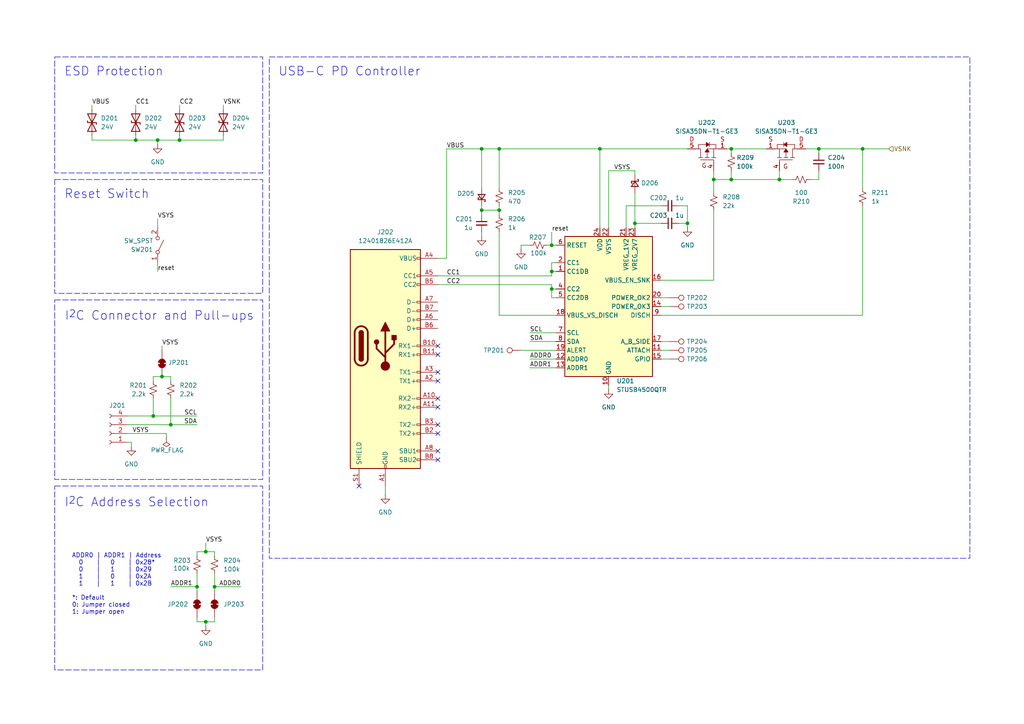
<source format=kicad_sch>
(kicad_sch (version 20231120) (generator "eeschema") (generator_version "8.0")
  (paper "A4")
  (title_block (date "2024-10-27") (rev "0.1.0") (company "University of Wisconsin-Platteville") (comment 1 "Nicholas Loehrke"))
  (lib_symbols
    (symbol "12401826E412A:USB_C_Receptacle" (pin_names (offset 1.016))
      (property "Reference" "J201" (at 0 33.02 0))
      (property "Value" "12401826E412A" (at 0 30.48 0))
      (symbol "USB_C_Receptacle_0_0"
        (rectangle (start -0.254 -35.56) (end 0.254 -34.544))
        (rectangle (start 10.16 -32.766) (end 9.144 -33.274))
        (rectangle (start 10.16 -30.226) (end 9.144 -30.734))
        (rectangle (start 10.16 -25.146) (end 9.144 -25.654))
        (rectangle (start 10.16 -22.606) (end 9.144 -23.114))
        (rectangle (start 10.16 -17.526) (end 9.144 -18.034))
        (rectangle (start 10.16 -14.986) (end 9.144 -15.494))
        (rectangle (start 10.16 -9.906) (end 9.144 -10.414))
        (rectangle (start 10.16 -7.366) (end 9.144 -7.874))
        (rectangle (start 10.16 -2.286) (end 9.144 -2.794))
        (rectangle (start 10.16 0.254) (end 9.144 -0.254))
        (rectangle (start 10.16 5.334) (end 9.144 4.826))
        (rectangle (start 10.16 7.874) (end 9.144 7.366))
        (rectangle (start 10.16 10.414) (end 9.144 9.906))
        (rectangle (start 10.16 12.954) (end 9.144 12.446))
        (rectangle (start 10.16 18.034) (end 9.144 17.526))
        (rectangle (start 10.16 20.574) (end 9.144 20.066))
        (rectangle (start 10.16 25.654) (end 9.144 25.146))
      )
      (symbol "USB_C_Receptacle_0_1"
        (rectangle (start -10.16 27.94) (end 10.16 -35.56) (stroke (width 0.254)) (fill (type background)))
        (arc (start -8.89 -3.81) (mid -6.985 -5.7067) (end -5.08 -3.81) (stroke (width 0.508)))
        (arc (start -7.62 -3.81) (mid -6.985 -4.4423) (end -6.35 -3.81) (stroke (width 0.254)))
        (arc (start -7.62 -3.81) (mid -6.985 -4.4423) (end -6.35 -3.81) (stroke (width 0.254)) (fill (type outline)))
        (rectangle (start -7.62 -3.81) (end -6.35 3.81) (stroke (width 0.254)) (fill (type outline)))
        (arc (start -6.35 3.81) (mid -6.985 4.4423) (end -7.62 3.81) (stroke (width 0.254)))
        (arc (start -6.35 3.81) (mid -6.985 4.4423) (end -7.62 3.81) (stroke (width 0.254)) (fill (type outline)))
        (arc (start -5.08 3.81) (mid -6.985 5.7067) (end -8.89 3.81) (stroke (width 0.508)))
        (polyline (pts (xy -8.89 -3.81) (xy -8.89 3.81)) (stroke (width 0.508)))
        (polyline (pts (xy -5.08 3.81) (xy -5.08 -3.81)) (stroke (width 0.508)))
      )
      (symbol "USB_C_Receptacle_1_1"
        (circle (center -2.54 1.143) (radius 0.635) (stroke (width 0.254)) (fill (type outline)))
        (circle (center 0 -5.842) (radius 1.27) (fill (type outline)))
        (polyline (pts (xy 0 -5.842) (xy 0 4.318)) (stroke (width 0.508)))
        (polyline (pts (xy 0 -3.302) (xy -2.54 -0.762) (xy -2.54 0.508)) (stroke (width 0.508)))
        (polyline (pts (xy 0 -2.032) (xy 2.54 0.508) (xy 2.54 1.778)) (stroke (width 0.508)))
        (polyline (pts (xy -1.27 4.318) (xy 0 6.858) (xy 1.27 4.318) (xy -1.27 4.318)) (stroke (width 0.254)) (fill (type outline)))
        (rectangle (start 1.905 1.778) (end 3.175 3.048) (stroke (width 0.254)) (fill (type outline)))
        (pin passive line (at 0 -40.64 90) (length 5.08) (name "GND") (number "A1"))
        (pin bidirectional line (at 15.24 -15.24 180) (length 5.08) (name "RX2-") (number "A10"))
        (pin bidirectional line (at 15.24 -17.78 180) (length 5.08) (name "RX2+") (number "A11"))
        (pin passive line (at 0 -40.64 90) (length 5.08) hide (name "GND") (number "A12"))
        (pin bidirectional line (at 15.24 -10.16 180) (length 5.08) (name "TX1+") (number "A2"))
        (pin bidirectional line (at 15.24 -7.62 180) (length 5.08) (name "TX1-") (number "A3"))
        (pin passive line (at 15.24 25.4 180) (length 5.08) (name "VBUS") (number "A4"))
        (pin bidirectional line (at 15.24 20.32 180) (length 5.08) (name "CC1") (number "A5"))
        (pin bidirectional line (at 15.24 7.62 180) (length 5.08) (name "D+") (number "A6"))
        (pin bidirectional line (at 15.24 12.7 180) (length 5.08) (name "D-") (number "A7"))
        (pin bidirectional line (at 15.24 -30.48 180) (length 5.08) (name "SBU1") (number "A8"))
        (pin passive line (at 15.24 25.4 180) (length 5.08) hide (name "VBUS") (number "A9"))
        (pin passive line (at 0 -40.64 90) (length 5.08) hide (name "GND") (number "B1"))
        (pin bidirectional line (at 15.24 0 180) (length 5.08) (name "RX1-") (number "B10"))
        (pin bidirectional line (at 15.24 -2.54 180) (length 5.08) (name "RX1+") (number "B11"))
        (pin passive line (at 0 -40.64 90) (length 5.08) hide (name "GND") (number "B12"))
        (pin bidirectional line (at 15.24 -25.4 180) (length 5.08) (name "TX2+") (number "B2"))
        (pin bidirectional line (at 15.24 -22.86 180) (length 5.08) (name "TX2-") (number "B3"))
        (pin passive line (at 15.24 25.4 180) (length 5.08) hide (name "VBUS") (number "B4"))
        (pin bidirectional line (at 15.24 17.78 180) (length 5.08) (name "CC2") (number "B5"))
        (pin bidirectional line (at 15.24 5.08 180) (length 5.08) (name "D+") (number "B6"))
        (pin bidirectional line (at 15.24 10.16 180) (length 5.08) (name "D-") (number "B7"))
        (pin bidirectional line (at 15.24 -33.02 180) (length 5.08) (name "SBU2") (number "B8"))
        (pin passive line (at 15.24 25.4 180) (length 5.08) hide (name "VBUS") (number "B9"))
        (pin passive line (at -7.62 -40.64 90) (length 5.08) (name "SHIELD") (number "S1"))
      )
    )
    (symbol "Connector:Conn_01x04_Socket" (pin_names (offset 1.016) hide)
      (property "Reference" "J" (at 0 5.08 0))
      (property "Value" "Conn_01x04_Socket" (at 0 -7.62 0))
      (symbol "Conn_01x04_Socket_1_1"
        (arc (start 0 -4.572) (mid -0.5058 -5.08) (end 0 -5.588) (stroke (width 0.1524)))
        (arc (start 0 -2.032) (mid -0.5058 -2.54) (end 0 -3.048) (stroke (width 0.1524)))
        (polyline (pts (xy -1.27 -5.08) (xy -0.508 -5.08)) (stroke (width 0.1524)))
        (polyline (pts (xy -1.27 -2.54) (xy -0.508 -2.54)) (stroke (width 0.1524)))
        (polyline (pts (xy -1.27 0) (xy -0.508 0)) (stroke (width 0.1524)))
        (polyline (pts (xy -1.27 2.54) (xy -0.508 2.54)) (stroke (width 0.1524)))
        (arc (start 0 0.508) (mid -0.5058 0) (end 0 -0.508) (stroke (width 0.1524)))
        (arc (start 0 3.048) (mid -0.5058 2.54) (end 0 2.032) (stroke (width 0.1524)))
        (pin passive line (at -5.08 2.54 0) (length 3.81) (name "Pin_1") (number "1"))
        (pin passive line (at -5.08 0 0) (length 3.81) (name "Pin_2") (number "2"))
        (pin passive line (at -5.08 -2.54 0) (length 3.81) (name "Pin_3") (number "3"))
        (pin passive line (at -5.08 -5.08 0) (length 3.81) (name "Pin_4") (number "4"))
      )
    )
    (symbol "Connector:TestPoint" (pin_numbers hide) (pin_names (offset 0.762) hide)
      (property "Reference" "TP" (at 0 6.858 0))
      (property "Value" "TestPoint" (at 0 5.08 0))
      (symbol "TestPoint_0_1"
        (circle (center 0 3.302) (radius 0.762))
      )
      (symbol "TestPoint_1_1"
        (pin passive line (at 0 0 90) (length 2.54) (name "1") (number "1"))
      )
    )
    (symbol "Device:C_Small" (pin_numbers hide) (pin_names (offset 0.254) hide)
      (property "Reference" "C" (at 0.254 1.778 0))
      (property "Value" "C_Small" (at 0.254 -2.032 0))
      (symbol "C_Small_0_1"
        (polyline (pts (xy -1.524 -0.508) (xy 1.524 -0.508)) (stroke (width 0.3302)))
        (polyline (pts (xy -1.524 0.508) (xy 1.524 0.508)) (stroke (width 0.3048)))
      )
      (symbol "C_Small_1_1"
        (pin passive line (at 0 2.54 270) (length 2.032) (name "~") (number "1"))
        (pin passive line (at 0 -2.54 90) (length 2.032) (name "~") (number "2"))
      )
    )
    (symbol "Device:D_Schottky_Small" (pin_numbers hide) (pin_names (offset 0.254) hide)
      (property "Reference" "D" (at -1.27 2.032 0))
      (property "Value" "D_Schottky_Small" (at -7.112 -2.032 0))
      (symbol "D_Schottky_Small_0_1"
        (polyline (pts (xy -0.762 0) (xy 0.762 0)))
        (polyline (pts (xy 0.762 -1.016) (xy -0.762 0) (xy 0.762 1.016) (xy 0.762 -1.016)) (stroke (width 0.254)))
        (polyline (pts (xy -1.27 0.762) (xy -1.27 1.016) (xy -0.762 1.016) (xy -0.762 -1.016) (xy -0.254 -1.016) (xy -0.254 -0.762)) (stroke (width 0.254)))
      )
      (symbol "D_Schottky_Small_1_1"
        (pin passive line (at -2.54 0 0) (length 1.778) (name "K") (number "1"))
        (pin passive line (at 2.54 0 180) (length 1.778) (name "A") (number "2"))
      )
    )
    (symbol "Device:D_TVS" (pin_numbers hide) (pin_names (offset 1.016) hide)
      (property "Reference" "D" (at 0 2.54 0))
      (property "Value" "D_TVS" (at 0 -2.54 0))
      (symbol "D_TVS_0_1"
        (polyline (pts (xy 1.27 0) (xy -1.27 0)))
        (polyline (pts (xy 0.508 1.27) (xy 0 1.27) (xy 0 -1.27) (xy -0.508 -1.27)) (stroke (width 0.254)))
        (polyline (pts (xy -2.54 1.27) (xy -2.54 -1.27) (xy 2.54 1.27) (xy 2.54 -1.27) (xy -2.54 1.27)) (stroke (width 0.254)))
      )
      (symbol "D_TVS_1_1"
        (pin passive line (at -3.81 0 0) (length 2.54) (name "A1") (number "1"))
        (pin passive line (at 3.81 0 180) (length 2.54) (name "A2") (number "2"))
      )
    )
    (symbol "Device:R_Small_US" (pin_numbers hide) (pin_names (offset 0.254) hide)
      (property "Reference" "R" (at 0.762 0.508 0))
      (property "Value" "R_Small_US" (at 0.762 -1.016 0))
      (symbol "R_Small_US_1_1"
        (polyline (pts (xy 0 0) (xy 1.016 -0.381) (xy 0 -0.762) (xy -1.016 -1.143) (xy 0 -1.524)))
        (polyline (pts (xy 0 1.524) (xy 1.016 1.143) (xy 0 0.762) (xy -1.016 0.381) (xy 0 0)))
        (pin passive line (at 0 2.54 270) (length 1.016) (name "~") (number "1"))
        (pin passive line (at 0 -2.54 90) (length 1.016) (name "~") (number "2"))
      )
    )
    (symbol "Jumper:SolderJumper_2_Bridged" (pin_numbers hide) (pin_names (offset 0) hide) (exclude_from_sim yes) (in_bom no)
      (property "Reference" "JP" (at 0 2.032 0))
      (property "Value" "SolderJumper_2_Bridged" (at 0 -2.54 0))
      (symbol "SolderJumper_2_Bridged_0_1"
        (rectangle (start -0.508 0.508) (end 0.508 -0.508) (fill (type outline)))
        (arc (start -0.254 1.016) (mid -1.2656 0) (end -0.254 -1.016))
        (arc (start -0.254 1.016) (mid -1.2656 0) (end -0.254 -1.016) (fill (type outline)))
        (polyline (pts (xy -0.254 1.016) (xy -0.254 -1.016)))
        (polyline (pts (xy 0.254 1.016) (xy 0.254 -1.016)))
        (arc (start 0.254 -1.016) (mid 1.2656 0) (end 0.254 1.016))
        (arc (start 0.254 -1.016) (mid 1.2656 0) (end 0.254 1.016) (fill (type outline)))
      )
      (symbol "SolderJumper_2_Bridged_1_1"
        (pin passive line (at -3.81 0 0) (length 2.54) (name "A") (number "1"))
        (pin passive line (at 3.81 0 180) (length 2.54) (name "B") (number "2"))
      )
    )
    (symbol "SISA35DN-T1-GE3:SISA35DN-T1-GE3"
      (property "Reference" "U202" (at 10.16 -5.842 90))
      (property "MPN" "SISA35DN-T1-GE3" (at 7.62 -5.842 90))
      (symbol "SISA35DN-T1-GE3_0_1"
        (polyline (pts (xy 0 -6.985) (xy 0 -8.255)))
        (polyline (pts (xy 0 -5.715) (xy 1.905 -5.715)))
        (polyline (pts (xy 0 -5.08) (xy 0 -6.35)))
        (polyline (pts (xy 0 -3.175) (xy 0 -4.445)))
        (polyline (pts (xy 2.54 -8.89) (xy 2.54 -8.255)))
        (polyline (pts (xy 2.54 -3.175) (xy 2.54 -2.54)))
        (polyline (pts (xy 3.175 -5.08) (xy 4.445 -5.08)))
        (polyline (pts (xy -0.635 -7.62) (xy -0.635 -3.81) (xy -1.27 -3.81)))
        (polyline (pts (xy 0 -3.81) (xy 2.54 -3.81) (xy 2.54 -5.715)))
        (polyline (pts (xy 2.54 -8.255) (xy 2.54 -7.62) (xy 0 -7.62)))
        (polyline (pts (xy 2.54 -8.255) (xy 3.81 -8.255) (xy 3.81 -5.715)))
        (polyline (pts (xy 2.54 -5.715) (xy 1.6169 -6.3499) (xy 1.6169 -5.0799) (xy 2.54 -5.7024)) (fill (type outline)))
        (polyline (pts (xy 3.81 -5.08) (xy 3.81 -3.175) (xy 2.54 -3.175) (xy 2.54 -3.81)))
        (polyline (pts (xy 3.81 -5.08) (xy 4.4449 -6.0031) (xy 3.1749 -6.0031) (xy 3.7974 -5.08)) (fill (type outline)))
      )
      (symbol "SISA35DN-T1-GE3_1_1"
        (text "D" (at 5.334 -10.16 900) (effects (font (size 1.27 1.27))))
        (text "G" (at -2.54 -5.588 900) (effects (font (size 1.27 1.27))))
        (text "S" (at 5.334 -1.27 900) (effects (font (size 1.27 1.27))))
        (pin passive line (at 2.54 0 270) (length 2.54) (name "") (number "1"))
        (pin passive line (at 2.54 0 270) (length 2.54) hide (name "") (number "2"))
        (pin passive line (at 2.54 0 270) (length 2.54) hide (name "") (number "3"))
        (pin passive line (at -3.81 -3.81 0) (length 2.54) (name "") (number "4"))
        (pin passive line (at 2.54 -11.43 90) (length 2.54) (name "") (number "5"))
        (pin passive line (at 2.54 -11.43 90) (length 2.54) hide (name "") (number "6"))
        (pin passive line (at 2.54 -11.43 90) (length 2.54) hide (name "") (number "7"))
        (pin passive line (at 2.54 -11.43 90) (length 2.54) hide (name "") (number "8"))
      )
    )
    (symbol "SISA35DN-T1-GE3_1"
      (property "Reference" "U203" (at 10.16 -5.842 90))
      (property "MPN" "SISA35DN-T1-GE3" (at 7.62 -5.842 90))
      (symbol "SISA35DN-T1-GE3_1_0_1"
        (polyline (pts (xy 0 -6.985) (xy 0 -8.255)))
        (polyline (pts (xy 0 -5.715) (xy 1.905 -5.715)))
        (polyline (pts (xy 0 -5.08) (xy 0 -6.35)))
        (polyline (pts (xy 0 -3.175) (xy 0 -4.445)))
        (polyline (pts (xy 2.54 -8.89) (xy 2.54 -8.255)))
        (polyline (pts (xy 2.54 -3.175) (xy 2.54 -2.54)))
        (polyline (pts (xy 3.175 -5.08) (xy 4.445 -5.08)))
        (polyline (pts (xy -0.635 -7.62) (xy -0.635 -3.81) (xy -1.27 -3.81)))
        (polyline (pts (xy 0 -3.81) (xy 2.54 -3.81) (xy 2.54 -5.715)))
        (polyline (pts (xy 2.54 -8.255) (xy 2.54 -7.62) (xy 0 -7.62)))
        (polyline (pts (xy 2.54 -8.255) (xy 3.81 -8.255) (xy 3.81 -5.715)))
        (polyline (pts (xy 2.54 -5.715) (xy 1.6169 -6.3499) (xy 1.6169 -5.0799) (xy 2.54 -5.7024)) (fill (type outline)))
        (polyline (pts (xy 3.81 -5.08) (xy 3.81 -3.175) (xy 2.54 -3.175) (xy 2.54 -3.81)))
        (polyline (pts (xy 3.81 -5.08) (xy 4.4449 -6.0031) (xy 3.1749 -6.0031) (xy 3.7974 -5.08)) (fill (type outline)))
      )
      (symbol "SISA35DN-T1-GE3_1_1_1"
        (text "D" (at 5.334 -10.16 900) (effects (font (size 1.27 1.27))))
        (text "G" (at -2.286 -6.604 900) (effects (font (size 1.27 1.27))))
        (text "S" (at 5.334 -1.27 900) (effects (font (size 1.27 1.27))))
        (pin passive line (at 2.54 0 270) (length 2.54) (name "") (number "1"))
        (pin passive line (at 2.54 0 270) (length 2.54) hide (name "") (number "2"))
        (pin passive line (at 2.54 0 270) (length 2.54) hide (name "") (number "3"))
        (pin passive line (at -3.81 -3.81 0) (length 2.54) (name "") (number "4"))
        (pin passive line (at 2.54 -11.43 90) (length 2.54) (name "") (number "5"))
        (pin passive line (at 2.54 -11.43 90) (length 2.54) hide (name "") (number "6"))
        (pin passive line (at 2.54 -11.43 90) (length 2.54) hide (name "") (number "7"))
        (pin passive line (at 2.54 -11.43 90) (length 2.54) hide (name "") (number "8"))
      )
    )
    (symbol "STUSB4500QTR:STUSB4500QTR"
      (property "Reference" "U" (at -12.7 21.59 0))
      (property "Value" "STUSB4500QTR" (at 8.89 -21.59 0))
      (symbol "STUSB4500QTR_0_1"
        (rectangle (start -12.7 20.32) (end 12.7 -20.32) (stroke (width 0.254)) (fill (type background)))
      )
      (symbol "STUSB4500QTR_1_1"
        (pin bidirectional line (at -15.24 10.16 0) (length 2.54) (name "CC1DB") (number "1"))
        (pin power_in line (at 0 -22.86 90) (length 2.54) (name "GND") (number "10"))
        (pin open_collector line (at 15.24 -12.7 180) (length 2.54) (name "ATTACH") (number "11"))
        (pin input line (at -15.24 -15.24 0) (length 2.54) (name "ADDR0") (number "12"))
        (pin input line (at -15.24 -17.78 0) (length 2.54) (name "ADDR1") (number "13"))
        (pin open_collector line (at 15.24 0 180) (length 2.54) (name "POWER_OK3") (number "14"))
        (pin open_collector line (at 15.24 -15.24 180) (length 2.54) (name "GPIO") (number "15"))
        (pin open_collector line (at 15.24 7.62 180) (length 2.54) (name "VBUS_EN_SNK") (number "16"))
        (pin open_collector line (at 15.24 -10.16 180) (length 2.54) (name "A_B_SIDE") (number "17"))
        (pin input line (at -15.24 -2.54 0) (length 2.54) (name "VBUS_VS_DISCH") (number "18"))
        (pin open_collector line (at -15.24 -12.7 0) (length 2.54) (name "ALERT") (number "19"))
        (pin bidirectional line (at -15.24 12.7 0) (length 2.54) (name "CC1") (number "2"))
        (pin open_collector line (at 15.24 2.54 180) (length 2.54) (name "POWER_OK2") (number "20"))
        (pin power_out line (at 5.08 22.86 270) (length 2.54) (name "VREG_1V2") (number "21"))
        (pin power_in line (at 0 22.86 270) (length 2.54) (name "VSYS") (number "22"))
        (pin power_out line (at 7.62 22.86 270) (length 2.54) (name "VREG_2V7") (number "23"))
        (pin power_in line (at -2.54 22.86 270) (length 2.54) (name "VDD") (number "24"))
        (pin passive line (at 0 -22.86 90) (length 2.54) hide (name "GND") (number "25"))
        (pin no_connect line (at -12.7 15.24 0) (length 2.54) hide (name "NC") (number "3"))
        (pin bidirectional line (at -15.24 5.08 0) (length 2.54) (name "CC2") (number "4"))
        (pin bidirectional line (at -15.24 2.54 0) (length 2.54) (name "CC2DB") (number "5"))
        (pin input line (at -15.24 17.78 0) (length 2.54) (name "RESET") (number "6"))
        (pin input line (at -15.24 -7.62 0) (length 2.54) (name "SCL") (number "7"))
        (pin bidirectional line (at -15.24 -10.16 0) (length 2.54) (name "SDA") (number "8"))
        (pin bidirectional line (at 15.24 -2.54 180) (length 2.54) (name "DISCH") (number "9"))
      )
    )
    (symbol "Switch:SW_SPST" (pin_names (offset 0) hide)
      (property "Reference" "SW" (at 0 3.175 0))
      (property "Value" "SW_SPST" (at 0 -2.54 0))
      (symbol "SW_SPST_0_0"
        (circle (center -2.032 0) (radius 0.508))
        (polyline (pts (xy -1.524 0.254) (xy 1.524 1.778)))
        (circle (center 2.032 0) (radius 0.508))
      )
      (symbol "SW_SPST_1_1"
        (pin passive line (at -5.08 0 0) (length 2.54) (name "A") (number "1"))
        (pin passive line (at 5.08 0 180) (length 2.54) (name "B") (number "2"))
      )
    )
    (symbol "power:GND" (power) (pin_numbers hide) (pin_names (offset 0) hide)
      (property "Value" "GND" (at 0 -3.81 0))
      (symbol "GND_0_1"
        (polyline (pts (xy 0 0) (xy 0 -1.27) (xy 1.27 -1.27) (xy 0 -2.54) (xy -1.27 -1.27) (xy 0 -1.27)))
      )
      (symbol "GND_1_1"
        (pin power_in line (at 0 0 270) (length 0) (name "~") (number "1"))
      )
    )
    (symbol "power:PWR_FLAG" (power) (pin_numbers hide) (pin_names (offset 0) hide)
      (property "Value" "PWR_FLAG" (at 0 3.81 0))
      (symbol "PWR_FLAG_0_0"
        (pin power_out line (at 0 0 90) (length 0) (name "~") (number "1"))
      )
      (symbol "PWR_FLAG_0_1"
        (polyline (pts (xy 0 0) (xy 0 1.27) (xy -1.016 1.905) (xy 0 2.54) (xy 1.016 1.905) (xy 0 1.27)))
      )
    )
  )
  (junction (at 212.09 43.18))
  (junction (at 237.49 43.18))
  (junction (at 212.09 52.07))
  (junction (at 160.02 71.12))
  (junction (at 139.7 43.18))
  (junction (at 49.53 123.19))
  (junction (at 62.23 170.18))
  (junction (at 59.69 180.34))
  (junction (at 139.7 60.96))
  (junction (at 160.02 78.74))
  (junction (at 144.78 60.96))
  (junction (at 45.72 40.64))
  (junction (at 160.02 83.82))
  (junction (at 173.99 43.18))
  (junction (at 207.01 52.07))
  (junction (at 57.15 170.18))
  (junction (at 59.69 160.02))
  (junction (at 199.39 64.77))
  (junction (at 52.07 40.64))
  (junction (at 226.06 52.07))
  (junction (at 46.99 109.22))
  (junction (at 39.37 40.64))
  (junction (at 44.45 120.65))
  (junction (at 144.78 43.18))
  (junction (at 184.15 64.77))
  (junction (at 250.19 43.18))
  (no_connect (at 127 123.19))
  (no_connect (at 127 133.35))
  (no_connect (at 127 107.95))
  (no_connect (at 127 118.11))
  (no_connect (at 127 110.49))
  (no_connect (at 127 100.33))
  (no_connect (at 104.14 140.97))
  (no_connect (at 127 130.81))
  (no_connect (at 127 115.57))
  (no_connect (at 127 125.73))
  (no_connect (at 127 102.87))
  (wire (pts (xy 139.7 67.31) (xy 139.7 68.58)))
  (wire (pts (xy 151.13 101.6) (xy 161.29 101.6)))
  (wire (pts (xy 45.72 40.64) (xy 52.07 40.64)))
  (wire (pts (xy 237.49 43.18) (xy 237.49 44.45)))
  (wire (pts (xy 44.45 120.65) (xy 36.83 120.65)))
  (wire (pts (xy 250.19 43.18) (xy 257.81 43.18)))
  (wire (pts (xy 127 82.55) (xy 160.02 82.55)))
  (wire (pts (xy 57.15 166.37) (xy 57.15 170.18)))
  (wire (pts (xy 139.7 60.96) (xy 139.7 62.23)))
  (wire (pts (xy 62.23 160.02) (xy 62.23 161.29)))
  (wire (pts (xy 151.13 72.39) (xy 151.13 71.12)))
  (wire (pts (xy 127 80.01) (xy 160.02 80.01)))
  (wire (pts (xy 176.53 49.53) (xy 184.15 49.53)))
  (wire (pts (xy 62.23 179.07) (xy 62.23 180.34)))
  (wire (pts (xy 160.02 71.12) (xy 161.29 71.12)))
  (wire (pts (xy 64.77 30.48) (xy 64.77 31.75)))
  (wire (pts (xy 191.77 59.69) (xy 181.61 59.69)))
  (wire (pts (xy 191.77 91.44) (xy 250.19 91.44)))
  (wire (pts (xy 153.67 99.06) (xy 161.29 99.06)))
  (wire (pts (xy 57.15 161.29) (xy 57.15 160.02)))
  (wire (pts (xy 62.23 170.18) (xy 62.23 171.45)))
  (wire (pts (xy 237.49 43.18) (xy 250.19 43.18)))
  (wire (pts (xy 160.02 82.55) (xy 160.02 83.82)))
  (wire (pts (xy 36.83 128.27) (xy 38.1 128.27)))
  (wire (pts (xy 139.7 43.18) (xy 144.78 43.18)))
  (wire (pts (xy 237.49 52.07) (xy 234.95 52.07)))
  (wire (pts (xy 160.02 80.01) (xy 160.02 78.74)))
  (wire (pts (xy 207.01 52.07) (xy 212.09 52.07)))
  (wire (pts (xy 161.29 76.2) (xy 160.02 76.2)))
  (wire (pts (xy 57.15 160.02) (xy 59.69 160.02)))
  (wire (pts (xy 176.53 111.76) (xy 176.53 113.03)))
  (wire (pts (xy 153.67 106.68) (xy 161.29 106.68)))
  (wire (pts (xy 39.37 30.48) (xy 39.37 31.75)))
  (wire (pts (xy 62.23 166.37) (xy 62.23 170.18)))
  (wire (pts (xy 39.37 39.37) (xy 39.37 40.64)))
  (wire (pts (xy 212.09 43.18) (xy 212.09 44.45)))
  (wire (pts (xy 191.77 99.06) (xy 194.31 99.06)))
  (wire (pts (xy 176.53 49.53) (xy 176.53 66.04)))
  (wire (pts (xy 151.13 71.12) (xy 153.67 71.12)))
  (wire (pts (xy 129.54 43.18) (xy 139.7 43.18)))
  (wire (pts (xy 144.78 59.69) (xy 144.78 60.96)))
  (wire (pts (xy 144.78 67.31) (xy 144.78 91.44)))
  (wire (pts (xy 212.09 43.18) (xy 222.25 43.18)))
  (wire (pts (xy 212.09 52.07) (xy 226.06 52.07)))
  (wire (pts (xy 48.26 127) (xy 48.26 125.73)))
  (wire (pts (xy 26.67 40.64) (xy 39.37 40.64)))
  (wire (pts (xy 57.15 123.19) (xy 49.53 123.19)))
  (wire (pts (xy 250.19 91.44) (xy 250.19 59.69)))
  (wire (pts (xy 52.07 39.37) (xy 52.07 40.64)))
  (wire (pts (xy 199.39 64.77) (xy 199.39 66.04)))
  (wire (pts (xy 45.72 40.64) (xy 45.72 41.91)))
  (wire (pts (xy 210.82 43.18) (xy 212.09 43.18)))
  (wire (pts (xy 184.15 50.8) (xy 184.15 49.53)))
  (wire (pts (xy 49.53 170.18) (xy 57.15 170.18)))
  (wire (pts (xy 49.53 115.57) (xy 49.53 123.19)))
  (wire (pts (xy 144.78 54.61) (xy 144.78 43.18)))
  (wire (pts (xy 62.23 170.18) (xy 69.85 170.18)))
  (wire (pts (xy 139.7 60.96) (xy 144.78 60.96)))
  (wire (pts (xy 52.07 40.64) (xy 64.77 40.64)))
  (wire (pts (xy 191.77 104.14) (xy 194.31 104.14)))
  (wire (pts (xy 207.01 49.53) (xy 207.01 52.07)))
  (wire (pts (xy 46.99 100.33) (xy 46.99 101.6)))
  (wire (pts (xy 153.67 96.52) (xy 161.29 96.52)))
  (wire (pts (xy 57.15 179.07) (xy 57.15 180.34)))
  (wire (pts (xy 59.69 180.34) (xy 62.23 180.34)))
  (wire (pts (xy 59.69 180.34) (xy 57.15 180.34)))
  (wire (pts (xy 111.76 140.97) (xy 111.76 143.51)))
  (wire (pts (xy 144.78 43.18) (xy 173.99 43.18)))
  (wire (pts (xy 139.7 59.69) (xy 139.7 60.96)))
  (wire (pts (xy 191.77 86.36) (xy 194.31 86.36)))
  (wire (pts (xy 52.07 30.48) (xy 52.07 31.75)))
  (wire (pts (xy 127 74.93) (xy 129.54 74.93)))
  (wire (pts (xy 38.1 128.27) (xy 38.1 129.54)))
  (wire (pts (xy 129.54 74.93) (xy 129.54 43.18)))
  (wire (pts (xy 49.53 110.49) (xy 49.53 109.22)))
  (wire (pts (xy 26.67 30.48) (xy 26.67 31.75)))
  (wire (pts (xy 59.69 160.02) (xy 62.23 160.02)))
  (wire (pts (xy 26.67 39.37) (xy 26.67 40.64)))
  (wire (pts (xy 207.01 52.07) (xy 207.01 55.88)))
  (wire (pts (xy 59.69 180.34) (xy 59.69 181.61)))
  (wire (pts (xy 160.02 86.36) (xy 161.29 86.36)))
  (wire (pts (xy 44.45 110.49) (xy 44.45 109.22)))
  (wire (pts (xy 160.02 76.2) (xy 160.02 78.74)))
  (wire (pts (xy 173.99 43.18) (xy 199.39 43.18)))
  (wire (pts (xy 160.02 78.74) (xy 161.29 78.74)))
  (wire (pts (xy 57.15 120.65) (xy 44.45 120.65)))
  (wire (pts (xy 161.29 91.44) (xy 144.78 91.44)))
  (wire (pts (xy 45.72 78.74) (xy 45.72 76.2)))
  (wire (pts (xy 196.85 64.77) (xy 199.39 64.77)))
  (wire (pts (xy 250.19 43.18) (xy 250.19 54.61)))
  (wire (pts (xy 233.68 43.18) (xy 237.49 43.18)))
  (wire (pts (xy 196.85 59.69) (xy 199.39 59.69)))
  (wire (pts (xy 160.02 67.31) (xy 160.02 71.12)))
  (wire (pts (xy 173.99 43.18) (xy 173.99 66.04)))
  (wire (pts (xy 191.77 101.6) (xy 194.31 101.6)))
  (wire (pts (xy 44.45 115.57) (xy 44.45 120.65)))
  (wire (pts (xy 191.77 88.9) (xy 194.31 88.9)))
  (wire (pts (xy 59.69 157.48) (xy 59.69 160.02)))
  (wire (pts (xy 191.77 64.77) (xy 184.15 64.77)))
  (wire (pts (xy 181.61 59.69) (xy 181.61 66.04)))
  (wire (pts (xy 184.15 55.88) (xy 184.15 64.77)))
  (wire (pts (xy 45.72 63.5) (xy 45.72 66.04)))
  (wire (pts (xy 158.75 71.12) (xy 160.02 71.12)))
  (wire (pts (xy 144.78 60.96) (xy 144.78 62.23)))
  (wire (pts (xy 57.15 170.18) (xy 57.15 171.45)))
  (wire (pts (xy 160.02 83.82) (xy 160.02 86.36)))
  (wire (pts (xy 191.77 81.28) (xy 207.01 81.28)))
  (wire (pts (xy 212.09 49.53) (xy 212.09 52.07)))
  (wire (pts (xy 49.53 123.19) (xy 36.83 123.19)))
  (wire (pts (xy 199.39 59.69) (xy 199.39 64.77)))
  (wire (pts (xy 207.01 81.28) (xy 207.01 60.96)))
  (wire (pts (xy 64.77 39.37) (xy 64.77 40.64)))
  (wire (pts (xy 139.7 43.18) (xy 139.7 54.61)))
  (wire (pts (xy 226.06 49.53) (xy 226.06 52.07)))
  (wire (pts (xy 226.06 52.07) (xy 229.87 52.07)))
  (wire (pts (xy 184.15 64.77) (xy 184.15 66.04)))
  (wire (pts (xy 153.67 104.14) (xy 161.29 104.14)))
  (wire (pts (xy 36.83 125.73) (xy 48.26 125.73)))
  (wire (pts (xy 237.49 49.53) (xy 237.49 52.07)))
  (wire (pts (xy 44.45 109.22) (xy 46.99 109.22)))
  (wire (pts (xy 160.02 83.82) (xy 161.29 83.82)))
  (wire (pts (xy 49.53 109.22) (xy 46.99 109.22)))
  (wire (pts (xy 39.37 40.64) (xy 45.72 40.64)))
  (rectangle (start 15.875 16.51) (end 76.2 50.165) (stroke (width 0) (type dash)))
  (rectangle (start 15.875 86.995) (end 76.2 139.065) (stroke (width 0) (type dash)))
  (rectangle (start 15.875 140.97) (end 76.2 194.31) (stroke (width 0) (type dash)))
  (rectangle (start 78.105 16.51) (end 281.305 161.925) (stroke (width 0) (type dash)))
  (rectangle (start 15.875 52.07) (end 76.2 85.09) (stroke (width 0) (type dash)))
  (text "I^{2}C Connector and Pull-ups" (at 46.228 91.694 0) (effects (font (size 2.54 2.54))))
  (text "Reset Switch" (at 30.988 56.388 0) (effects (font (size 2.54 2.54))))
  (text "ESD Protection" (at 33.02 20.828 0) (effects (font (size 2.54 2.54))))
  (text "USB-C PD Controller" (at 101.346 20.828 0) (effects (font (size 2.54 2.54))))
  (text "I^{2}C Address Selection" (at 39.624 145.796 0) (effects (font (size 2.54 2.54))))
  (text "ADDR0 | ADDR1 | Address\n  0    |   0    | 0x28*\n  0    |   1    | 0x29\n  1    |   0    | 0x2A\n  1    |   1    | 0x2B\n\n*: Default\n0: Jumper closed\n1: Jumper open" (at 20.828 169.418 0) (effects (font (size 1.27 1.27)) (justify left)))
  (label "ADDR1" (at 49.53 170.18 0))
  (label "ADDR0" (at 153.67 104.14 0))
  (label "ADDR1" (at 153.67 106.68 0))
  (label "SCL" (at 153.67 96.52 0))
  (label "CC1" (at 39.37 30.48 0))
  (label "VBUS" (at 129.54 43.18 0))
  (label "CC2" (at 52.07 30.48 0))
  (label "VSYS" (at 59.69 157.48 0))
  (label "SDA" (at 153.67 99.06 0))
  (label "CC2" (at 129.54 82.55 0))
  (label "VSYS" (at 182.88 49.53 180))
  (label "SDA" (at 57.15 123.19 180))
  (label "VBUS" (at 26.67 30.48 0))
  (label "CC1" (at 129.54 80.01 0))
  (label "VSYS" (at 45.72 63.5 0))
  (label "reset" (at 45.72 78.74 0))
  (label "SCL" (at 57.15 120.65 180))
  (label "VSYS" (at 43.18 125.73 180))
  (label "ADDR0" (at 69.85 170.18 180))
  (label "VSNK" (at 64.77 30.48 0))
  (label "VSYS" (at 46.99 100.33 0))
  (label "reset" (at 160.02 67.31 0))
  (hierarchical_label "VSNK" (shape input) (at 257.81 43.18 0))
  (symbol (lib_id "Device:D_TVS") (at 39.37 35.56 90) (unit 1)
    (property "Reference" "D202" (at 41.91 34.2899 90) (effects (justify right)))
    (property "Value" "24V" (at 41.91 36.8299 90) (effects (justify right)))
    (property "Description" "Bidirectional transient-voltage-suppression diode" (effects (hide yes)))
  )
  (symbol (lib_id "Device:C_Small") (at 194.31 64.77 90) (unit 1)
    (property "Reference" "C203" (at 191.008 62.484 90))
    (property "Value" "1u" (at 197.104 62.484 90))
    (property "Description" "Unpolarized capacitor, small symbol" (effects (hide yes)))
  )
  (symbol (lib_id "Device:R_Small_US") (at 44.45 113.03 0) (unit 1)
    (property "Reference" "R201" (at 42.672 111.76 0) (effects (justify right)))
    (property "Value" "2.2k" (at 42.418 114.3 0) (effects (justify right)))
    (property "Description" "Resistor, small US symbol" (effects (hide yes)))
  )
  (symbol (lib_id "Device:R_Small_US") (at 57.15 163.83 180) (unit 1)
    (property "Reference" "R203" (at 55.372 162.56 0) (effects (justify left)))
    (property "Value" "100k" (at 55.118 164.846 0) (effects (justify left)))
    (property "Description" "Resistor, small US symbol" (effects (hide yes)))
  )
  (symbol (lib_id "Device:C_Small") (at 139.7 64.77 0) (unit 1)
    (property "Reference" "C201" (at 137.16 63.5062 0) (effects (justify right)))
    (property "Value" "1u" (at 137.16 66.0462 0) (effects (justify right)))
    (property "Description" "Unpolarized capacitor, small symbol" (effects (hide yes)))
  )
  (symbol (lib_id "Device:D_Schottky_Small") (at 139.7 57.15 270) (mirror x) (unit 1)
    (property "Reference" "D205" (at 137.668 56.134 90) (effects (justify right)))
    (property "Value" "D_Schottky_Small" (effects (hide yes)))
    (property "Description" "Schottky diode, small symbol" (effects (hide yes)))
  )
  (symbol (lib_id "Connector:TestPoint") (at 194.31 104.14 270) (unit 1)
    (property "Reference" "TP206" (at 199.136 104.14 90) (effects (justify left)))
    (property "Value" "TestPoint" (effects (hide yes)))
    (property "Description" "test point" (effects (hide yes)))
  )
  (symbol (lib_name "SISA35DN-T1-GE3_1") (lib_id "SISA35DN-T1-GE3:SISA35DN-T1-GE3") (at 210.82 45.72 270) (mirror x) (unit 1)
    (property "Reference" "U202" (at 204.978 35.56 90))
    (property "Datasheet" "https://www.vishay.com/docs/75831/sisa35dn.pdf" (effects (hide yes)))
    (property "MPN" "SISA35DN-T1-GE3" (at 204.978 38.1 90))
  )
  (symbol (lib_id "Device:C_Small") (at 194.31 59.69 90) (unit 1)
    (property "Reference" "C202" (at 191.008 57.404 90))
    (property "Value" "1u" (at 197.104 57.404 90))
    (property "Description" "Unpolarized capacitor, small symbol" (effects (hide yes)))
  )
  (symbol (lib_id "Device:D_TVS") (at 26.67 35.56 90) (unit 1)
    (property "Reference" "D201" (at 29.21 34.2899 90) (effects (justify right)))
    (property "Value" "24V" (at 29.21 36.8299 90) (effects (justify right)))
    (property "Description" "Bidirectional transient-voltage-suppression diode" (effects (hide yes)))
  )
  (symbol (lib_id "power:GND") (at 45.72 41.91 0) (unit 1)
    (property "Reference" "#PWR0202" (effects (hide yes)))
    (property "Value" "GND" (at 45.72 46.99 0))
    (property "Description" "Power symbol creates a global label with name \"GND\" , ground" (effects (hide yes)))
  )
  (symbol (lib_id "Device:D_TVS") (at 64.77 35.56 90) (unit 1)
    (property "Reference" "D204" (at 67.31 34.2899 90) (effects (justify right)))
    (property "Value" "24V" (at 67.31 36.8299 90) (effects (justify right)))
    (property "Description" "Bidirectional transient-voltage-suppression diode" (effects (hide yes)))
  )
  (symbol (lib_id "Device:R_Small_US") (at 212.09 46.99 0) (unit 1)
    (property "Reference" "R209" (at 213.614 45.72 0) (effects (justify left)))
    (property "Value" "100k" (at 213.614 48.26 0) (effects (justify left)))
    (property "Description" "Resistor, small US symbol" (effects (hide yes)))
  )
  (symbol (lib_id "Device:R_Small_US") (at 62.23 163.83 0) (unit 1)
    (property "Reference" "R204" (at 64.77 162.5599 0) (effects (justify left)))
    (property "Value" "100k" (at 64.77 165.0999 0) (effects (justify left)))
    (property "Description" "Resistor, small US symbol" (effects (hide yes)))
  )
  (symbol (lib_id "Device:D_Schottky_Small") (at 184.15 53.34 270) (unit 1)
    (property "Reference" "D206" (at 185.928 53.086 90) (effects (justify left)))
    (property "Value" "D_Schottky_Small" (effects (hide yes)))
    (property "Description" "Schottky diode, small symbol" (effects (hide yes)))
  )
  (symbol (lib_id "Device:R_Small_US") (at 250.19 57.15 0) (unit 1)
    (property "Reference" "R211" (at 252.73 55.8799 0) (effects (justify left)))
    (property "Value" "1k" (at 252.73 58.4199 0) (effects (justify left)))
    (property "Description" "Resistor, small US symbol" (effects (hide yes)))
  )
  (symbol (lib_id "Connector:Conn_01x04_Socket") (at 31.75 125.73 180) (unit 1)
    (property "Reference" "J201" (at 34.036 117.602 0))
    (property "Value" "Conn_01x04_Socket" (effects (hide yes)))
    (property "Description" "Generic connector, single row, 01x04, script generated" (effects (hide yes)))
  )
  (symbol (lib_id "Jumper:SolderJumper_2_Bridged") (at 57.15 175.26 90) (mirror x) (unit 1) (exclude_from_sim yes) (in_bom no)
    (property "Reference" "JP202" (at 54.61 175.2599 90) (effects (justify left)))
    (property "Value" "SolderJumper_2_Bridged" (effects (hide yes)))
    (property "Description" "Solder Jumper, 2-pole, closed/bridged" (effects (hide yes)))
  )
  (symbol (lib_id "power:GND") (at 111.76 143.51 0) (unit 1)
    (property "Reference" "#PWR0204" (effects (hide yes)))
    (property "Value" "GND" (at 111.76 148.59 0))
    (property "Description" "Power symbol creates a global label with name \"GND\" , ground" (effects (hide yes)))
  )
  (symbol (lib_id "Switch:SW_SPST") (at 45.72 71.12 270) (mirror x) (unit 1)
    (property "Reference" "SW201" (at 44.45 72.3901 90) (effects (justify right)))
    (property "Value" "SW_SPST" (at 44.45 69.8501 90) (effects (justify right)))
    (property "Description" "Single Pole Single Throw (SPST) switch" (effects (hide yes)))
  )
  (symbol (lib_id "STUSB4500QTR:STUSB4500QTR") (at 176.53 88.9 0) (unit 1)
    (property "Reference" "U201" (at 178.816 110.49 0) (effects (justify left)))
    (property "Value" "STUSB4500QTR" (at 178.816 113.03 0) (effects (justify left)))
    (property "Footprint" "Package_DFN_QFN:QFN-24-1EP_4x4mm_P0.5mm_EP2.7x2.7mm" (effects (hide yes)))
    (property "Datasheet" "https://www.st.com/resource/en/datasheet/stusb4500.pdf" (effects (hide yes)))
    (property "Description" "Stand-alone USB PD controller (with sink Auto-run mode), QFN-24" (effects (hide yes)))
  )
  (symbol (lib_id "Device:R_Small_US") (at 232.41 52.07 90) (unit 1)
    (property "Reference" "R210" (at 232.41 58.42 90))
    (property "Value" "100" (at 232.41 55.88 90))
    (property "Description" "Resistor, small US symbol" (effects (hide yes)))
  )
  (symbol (lib_id "power:GND") (at 151.13 72.39 0) (unit 1)
    (property "Reference" "#PWR0206" (effects (hide yes)))
    (property "Value" "GND" (at 151.13 77.47 0))
    (property "Description" "Power symbol creates a global label with name \"GND\" , ground" (effects (hide yes)))
  )
  (symbol (lib_id "Device:R_Small_US") (at 49.53 113.03 0) (unit 1)
    (property "Reference" "R202" (at 52.07 111.7599 0) (effects (justify left)))
    (property "Value" "2.2k" (at 52.07 114.2999 0) (effects (justify left)))
    (property "Description" "Resistor, small US symbol" (effects (hide yes)))
  )
  (symbol (lib_id "Device:R_Small_US") (at 207.01 58.42 0) (unit 1)
    (property "Reference" "R208" (at 209.55 57.1499 0) (effects (justify left)))
    (property "Value" "22k" (at 209.55 59.6899 0) (effects (justify left)))
    (property "Description" "Resistor, small US symbol" (effects (hide yes)))
  )
  (symbol (lib_id "Device:D_TVS") (at 52.07 35.56 90) (unit 1)
    (property "Reference" "D203" (at 54.61 34.2899 90) (effects (justify right)))
    (property "Value" "24V" (at 54.61 36.8299 90) (effects (justify right)))
    (property "Description" "Bidirectional transient-voltage-suppression diode" (effects (hide yes)))
  )
  (symbol (lib_id "Device:R_Small_US") (at 156.21 71.12 90) (unit 1)
    (property "Reference" "R207" (at 155.956 68.834 90))
    (property "Value" "100k" (at 156.21 73.406 90))
    (property "Description" "Resistor, small US symbol" (effects (hide yes)))
  )
  (symbol (lib_id "Jumper:SolderJumper_2_Bridged") (at 62.23 175.26 90) (unit 1) (exclude_from_sim yes) (in_bom no)
    (property "Reference" "JP203" (at 64.77 175.2599 90) (effects (justify right)))
    (property "Value" "SolderJumper_2_Bridged" (effects (hide yes)))
    (property "Description" "Solder Jumper, 2-pole, closed/bridged" (effects (hide yes)))
  )
  (symbol (lib_id "power:GND") (at 139.7 68.58 0) (unit 1)
    (property "Reference" "#PWR0205" (effects (hide yes)))
    (property "Value" "GND" (at 139.7 73.66 0))
    (property "Description" "Power symbol creates a global label with name \"GND\" , ground" (effects (hide yes)))
  )
  (symbol (lib_id "12401826E412A:USB_C_Receptacle") (at 111.76 100.33 0) (unit 1)
    (property "Reference" "J202" (at 111.76 67.31 0))
    (property "Value" "12401826E412A" (at 111.76 69.85 0))
    (property "Datasheet" "https://www.usb.org/sites/default/files/documents/usb_type-c.zip" (effects (hide yes)))
    (property "Description" "USB Full-Featured Type-C Receptacle connector" (effects (hide yes)))
  )
  (symbol (lib_id "Connector:TestPoint") (at 194.31 101.6 270) (unit 1)
    (property "Reference" "TP205" (at 199.136 101.6 90) (effects (justify left)))
    (property "Value" "TestPoint" (effects (hide yes)))
    (property "Description" "test point" (effects (hide yes)))
  )
  (symbol (lib_id "SISA35DN-T1-GE3:SISA35DN-T1-GE3") (at 222.25 45.72 90) (unit 1)
    (property "Reference" "U203" (at 228.092 35.56 90))
    (property "Datasheet" "https://www.vishay.com/docs/75831/sisa35dn.pdf" (effects (hide yes)))
    (property "MPN" "SISA35DN-T1-GE3" (at 228.092 38.1 90))
  )
  (symbol (lib_id "power:GND") (at 38.1 129.54 0) (unit 1)
    (property "Reference" "#PWR0201" (effects (hide yes)))
    (property "Value" "GND" (at 38.1 134.62 0))
    (property "Description" "Power symbol creates a global label with name \"GND\" , ground" (effects (hide yes)))
  )
  (symbol (lib_id "power:PWR_FLAG") (at 48.26 127 180) (unit 1)
    (property "Reference" "#FLG0201" (effects (hide yes)))
    (property "Value" "PWR_FLAG" (at 48.514 130.556 0))
    (property "Description" "Special symbol for telling ERC where power comes from" (effects (hide yes)))
  )
  (symbol (lib_id "Device:C_Small") (at 237.49 46.99 0) (mirror y) (unit 1)
    (property "Reference" "C204" (at 240.03 45.7262 0) (effects (justify right)))
    (property "Value" "100n" (at 240.03 48.2662 0) (effects (justify right)))
    (property "Description" "Unpolarized capacitor, small symbol" (effects (hide yes)))
  )
  (symbol (lib_id "Connector:TestPoint") (at 194.31 88.9 270) (unit 1)
    (property "Reference" "TP203" (at 199.136 88.9 90) (effects (justify left)))
    (property "Value" "TestPoint" (effects (hide yes)))
    (property "Description" "test point" (effects (hide yes)))
  )
  (symbol (lib_id "power:GND") (at 199.39 66.04 0) (unit 1)
    (property "Reference" "#PWR0208" (effects (hide yes)))
    (property "Value" "GND" (at 199.39 71.12 0))
    (property "Description" "Power symbol creates a global label with name \"GND\" , ground" (effects (hide yes)))
  )
  (symbol (lib_id "Jumper:SolderJumper_2_Bridged") (at 46.99 105.41 90) (unit 1) (exclude_from_sim yes) (in_bom no)
    (property "Reference" "JP201" (at 48.768 105.156 90) (effects (justify right)))
    (property "Value" "SolderJumper_2_Bridged" (effects (hide yes)))
    (property "Description" "Solder Jumper, 2-pole, closed/bridged" (effects (hide yes)))
  )
  (symbol (lib_id "Device:R_Small_US") (at 144.78 57.15 0) (unit 1)
    (property "Reference" "R205" (at 147.32 55.8799 0) (effects (justify left)))
    (property "Value" "470" (at 147.32 58.4199 0) (effects (justify left)))
    (property "Description" "Resistor, small US symbol" (effects (hide yes)))
  )
  (symbol (lib_id "Connector:TestPoint") (at 194.31 86.36 270) (unit 1)
    (property "Reference" "TP202" (at 199.136 86.36 90) (effects (justify left)))
    (property "Value" "TestPoint" (effects (hide yes)))
    (property "Description" "test point" (effects (hide yes)))
  )
  (symbol (lib_id "power:GND") (at 176.53 113.03 0) (unit 1)
    (property "Reference" "#PWR0207" (effects (hide yes)))
    (property "Value" "GND" (at 176.53 118.11 0))
    (property "Description" "Power symbol creates a global label with name \"GND\" , ground" (effects (hide yes)))
  )
  (symbol (lib_id "Device:R_Small_US") (at 144.78 64.77 0) (unit 1)
    (property "Reference" "R206" (at 147.32 63.4999 0) (effects (justify left)))
    (property "Value" "1k" (at 147.32 66.0399 0) (effects (justify left)))
    (property "Description" "Resistor, small US symbol" (effects (hide yes)))
  )
  (symbol (lib_id "Connector:TestPoint") (at 151.13 101.6 90) (unit 1)
    (property "Reference" "TP201" (at 146.304 101.6 90) (effects (justify left)))
    (property "Value" "TestPoint" (effects (hide yes)))
    (property "Description" "test point" (effects (hide yes)))
  )
  (symbol (lib_id "Connector:TestPoint") (at 194.31 99.06 270) (unit 1)
    (property "Reference" "TP204" (at 199.136 99.06 90) (effects (justify left)))
    (property "Value" "TestPoint" (effects (hide yes)))
    (property "Description" "test point" (effects (hide yes)))
  )
  (symbol (lib_id "power:GND") (at 59.69 181.61 0) (unit 1)
    (property "Reference" "#PWR0203" (effects (hide yes)))
    (property "Value" "GND" (at 59.69 186.69 0))
    (property "Description" "Power symbol creates a global label with name \"GND\" , ground" (effects (hide yes)))
  )
)
</source>
